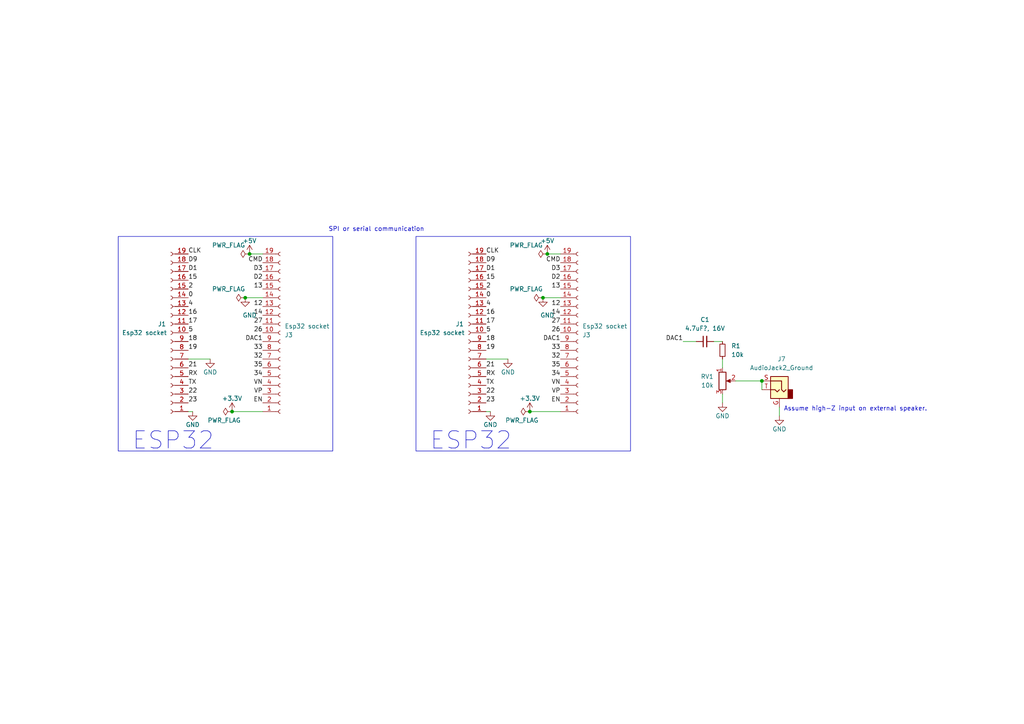
<source format=kicad_sch>
(kicad_sch (version 20230121) (generator eeschema)
  (paper "A4")
  (title_block (company "Studentorchesteret den Ohmske Motstanden"))
  (lib_symbols
    (symbol "Connector:Conn_01x19_Socket" (pin_names (offset 1.016) hide)
      (property "Reference" "J" (at 0 25.4 0))
      (property "Value" "Conn_01x19_Socket" (at 0 -25.4 0))
      (symbol "Conn_01x19_Socket_1_1"
        (arc (start 0 -22.352) (mid -0.5058 -22.86) (end 0 -23.368) (stroke (width 0.1524)))
        (arc (start 0 -19.812) (mid -0.5058 -20.32) (end 0 -20.828) (stroke (width 0.1524)))
        (arc (start 0 -17.272) (mid -0.5058 -17.78) (end 0 -18.288) (stroke (width 0.1524)))
        (arc (start 0 -14.732) (mid -0.5058 -15.24) (end 0 -15.748) (stroke (width 0.1524)))
        (arc (start 0 -12.192) (mid -0.5058 -12.7) (end 0 -13.208) (stroke (width 0.1524)))
        (arc (start 0 -9.652) (mid -0.5058 -10.16) (end 0 -10.668) (stroke (width 0.1524)))
        (arc (start 0 -7.112) (mid -0.5058 -7.62) (end 0 -8.128) (stroke (width 0.1524)))
        (arc (start 0 -4.572) (mid -0.5058 -5.08) (end 0 -5.588) (stroke (width 0.1524)))
        (arc (start 0 -2.032) (mid -0.5058 -2.54) (end 0 -3.048) (stroke (width 0.1524)))
        (polyline (pts (xy -1.27 -22.86) (xy -0.508 -22.86)) (stroke (width 0.1524)))
        (polyline (pts (xy -1.27 -20.32) (xy -0.508 -20.32)) (stroke (width 0.1524)))
        (polyline (pts (xy -1.27 -17.78) (xy -0.508 -17.78)) (stroke (width 0.1524)))
        (polyline (pts (xy -1.27 -15.24) (xy -0.508 -15.24)) (stroke (width 0.1524)))
        (polyline (pts (xy -1.27 -12.7) (xy -0.508 -12.7)) (stroke (width 0.1524)))
        (polyline (pts (xy -1.27 -10.16) (xy -0.508 -10.16)) (stroke (width 0.1524)))
        (polyline (pts (xy -1.27 -7.62) (xy -0.508 -7.62)) (stroke (width 0.1524)))
        (polyline (pts (xy -1.27 -5.08) (xy -0.508 -5.08)) (stroke (width 0.1524)))
        (polyline (pts (xy -1.27 -2.54) (xy -0.508 -2.54)) (stroke (width 0.1524)))
        (polyline (pts (xy -1.27 0) (xy -0.508 0)) (stroke (width 0.1524)))
        (polyline (pts (xy -1.27 2.54) (xy -0.508 2.54)) (stroke (width 0.1524)))
        (polyline (pts (xy -1.27 5.08) (xy -0.508 5.08)) (stroke (width 0.1524)))
        (polyline (pts (xy -1.27 7.62) (xy -0.508 7.62)) (stroke (width 0.1524)))
        (polyline (pts (xy -1.27 10.16) (xy -0.508 10.16)) (stroke (width 0.1524)))
        (polyline (pts (xy -1.27 12.7) (xy -0.508 12.7)) (stroke (width 0.1524)))
        (polyline (pts (xy -1.27 15.24) (xy -0.508 15.24)) (stroke (width 0.1524)))
        (polyline (pts (xy -1.27 17.78) (xy -0.508 17.78)) (stroke (width 0.1524)))
        (polyline (pts (xy -1.27 20.32) (xy -0.508 20.32)) (stroke (width 0.1524)))
        (polyline (pts (xy -1.27 22.86) (xy -0.508 22.86)) (stroke (width 0.1524)))
        (arc (start 0 0.508) (mid -0.5058 0) (end 0 -0.508) (stroke (width 0.1524)))
        (arc (start 0 3.048) (mid -0.5058 2.54) (end 0 2.032) (stroke (width 0.1524)))
        (arc (start 0 5.588) (mid -0.5058 5.08) (end 0 4.572) (stroke (width 0.1524)))
        (arc (start 0 8.128) (mid -0.5058 7.62) (end 0 7.112) (stroke (width 0.1524)))
        (arc (start 0 10.668) (mid -0.5058 10.16) (end 0 9.652) (stroke (width 0.1524)))
        (arc (start 0 13.208) (mid -0.5058 12.7) (end 0 12.192) (stroke (width 0.1524)))
        (arc (start 0 15.748) (mid -0.5058 15.24) (end 0 14.732) (stroke (width 0.1524)))
        (arc (start 0 18.288) (mid -0.5058 17.78) (end 0 17.272) (stroke (width 0.1524)))
        (arc (start 0 20.828) (mid -0.5058 20.32) (end 0 19.812) (stroke (width 0.1524)))
        (arc (start 0 23.368) (mid -0.5058 22.86) (end 0 22.352) (stroke (width 0.1524)))
        (pin passive line (at -5.08 22.86 0) (length 3.81) (name "Pin_1") (number "1"))
        (pin passive line (at -5.08 0 0) (length 3.81) (name "Pin_10") (number "10"))
        (pin passive line (at -5.08 -2.54 0) (length 3.81) (name "Pin_11") (number "11"))
        (pin passive line (at -5.08 -5.08 0) (length 3.81) (name "Pin_12") (number "12"))
        (pin passive line (at -5.08 -7.62 0) (length 3.81) (name "Pin_13") (number "13"))
        (pin passive line (at -5.08 -10.16 0) (length 3.81) (name "Pin_14") (number "14"))
        (pin passive line (at -5.08 -12.7 0) (length 3.81) (name "Pin_15") (number "15"))
        (pin passive line (at -5.08 -15.24 0) (length 3.81) (name "Pin_16") (number "16"))
        (pin passive line (at -5.08 -17.78 0) (length 3.81) (name "Pin_17") (number "17"))
        (pin passive line (at -5.08 -20.32 0) (length 3.81) (name "Pin_18") (number "18"))
        (pin passive line (at -5.08 -22.86 0) (length 3.81) (name "Pin_19") (number "19"))
        (pin passive line (at -5.08 20.32 0) (length 3.81) (name "Pin_2") (number "2"))
        (pin passive line (at -5.08 17.78 0) (length 3.81) (name "Pin_3") (number "3"))
        (pin passive line (at -5.08 15.24 0) (length 3.81) (name "Pin_4") (number "4"))
        (pin passive line (at -5.08 12.7 0) (length 3.81) (name "Pin_5") (number "5"))
        (pin passive line (at -5.08 10.16 0) (length 3.81) (name "Pin_6") (number "6"))
        (pin passive line (at -5.08 7.62 0) (length 3.81) (name "Pin_7") (number "7"))
        (pin passive line (at -5.08 5.08 0) (length 3.81) (name "Pin_8") (number "8"))
        (pin passive line (at -5.08 2.54 0) (length 3.81) (name "Pin_9") (number "9"))
      )
    )
    (symbol "Connector_Audio:AudioJack2_Ground"
      (property "Reference" "J" (at 0 8.89 0))
      (property "Value" "AudioJack2_Ground" (at 0 6.35 0))
      (symbol "AudioJack2_Ground_0_1"
        (rectangle (start -2.54 -2.54) (end -3.81 0) (stroke (width 0.254)) (fill (type outline)))
        (polyline (pts (xy 0 0) (xy 0.635 -0.635) (xy 1.27 0) (xy 2.54 0)) (stroke (width 0.254)))
        (polyline (pts (xy 2.54 2.54) (xy -0.635 2.54) (xy -0.635 0) (xy -1.27 -0.635) (xy -1.905 0)) (stroke (width 0.254)))
        (rectangle (start 2.54 3.81) (end -2.54 -2.54) (stroke (width 0.254)) (fill (type background)))
      )
      (symbol "AudioJack2_Ground_1_1"
        (pin passive line (at 0 -5.08 90) (length 2.54) (name "~") (number "G"))
        (pin passive line (at 5.08 2.54 180) (length 2.54) (name "~") (number "S"))
        (pin passive line (at 5.08 0 180) (length 2.54) (name "~") (number "T"))
      )
    )
    (symbol "Device:C_Small" (pin_numbers hide) (pin_names (offset 0.254) hide)
      (property "Reference" "C" (at 0.254 1.778 0))
      (property "Value" "C_Small" (at 0.254 -2.032 0))
      (symbol "C_Small_0_1"
        (polyline (pts (xy -1.524 -0.508) (xy 1.524 -0.508)) (stroke (width 0.3302)))
        (polyline (pts (xy -1.524 0.508) (xy 1.524 0.508)) (stroke (width 0.3048)))
      )
      (symbol "C_Small_1_1"
        (pin passive line (at 0 2.54 270) (length 2.032) (name "~") (number "1"))
        (pin passive line (at 0 -2.54 90) (length 2.032) (name "~") (number "2"))
      )
    )
    (symbol "Device:R_Potentiometer" (pin_names (offset 1.016) hide)
      (property "Reference" "RV" (at -4.445 0 90))
      (property "Value" "R_Potentiometer" (at -2.54 0 90))
      (symbol "R_Potentiometer_0_1"
        (polyline (pts (xy 2.54 0) (xy 1.524 0)))
        (polyline (pts (xy 1.143 0) (xy 2.286 0.508) (xy 2.286 -0.508) (xy 1.143 0)) (fill (type outline)))
        (rectangle (start 1.016 2.54) (end -1.016 -2.54) (stroke (width 0.254)))
      )
      (symbol "R_Potentiometer_1_1"
        (pin passive line (at 0 3.81 270) (length 1.27) (name "1") (number "1"))
        (pin passive line (at 3.81 0 180) (length 1.27) (name "2") (number "2"))
        (pin passive line (at 0 -3.81 90) (length 1.27) (name "3") (number "3"))
      )
    )
    (symbol "Device:R_Small" (pin_numbers hide) (pin_names (offset 0.254) hide)
      (property "Reference" "R" (at 0.762 0.508 0))
      (property "Value" "R_Small" (at 0.762 -1.016 0))
      (symbol "R_Small_0_1"
        (rectangle (start -0.762 1.778) (end 0.762 -1.778) (stroke (width 0.2032)))
      )
      (symbol "R_Small_1_1"
        (pin passive line (at 0 2.54 270) (length 0.762) (name "~") (number "1"))
        (pin passive line (at 0 -2.54 90) (length 0.762) (name "~") (number "2"))
      )
    )
    (symbol "power:+3.3V" (power) (pin_names (offset 0))
      (property "Value" "+3.3V" (at 0 3.556 0))
      (symbol "+3.3V_0_1"
        (polyline (pts (xy -0.762 1.27) (xy 0 2.54)))
        (polyline (pts (xy 0 0) (xy 0 2.54)))
        (polyline (pts (xy 0 2.54) (xy 0.762 1.27)))
      )
      (symbol "+3.3V_1_1"
        (pin power_in line (at 0 0 90) (length 0) hide (name "+3.3V") (number "1"))
      )
    )
    (symbol "power:+5V" (power) (pin_names (offset 0))
      (property "Value" "+5V" (at 0 3.556 0))
      (symbol "+5V_0_1"
        (polyline (pts (xy -0.762 1.27) (xy 0 2.54)))
        (polyline (pts (xy 0 0) (xy 0 2.54)))
        (polyline (pts (xy 0 2.54) (xy 0.762 1.27)))
      )
      (symbol "+5V_1_1"
        (pin power_in line (at 0 0 90) (length 0) hide (name "+5V") (number "1"))
      )
    )
    (symbol "power:GND" (power) (pin_names (offset 0))
      (property "Value" "GND" (at 0 -3.81 0))
      (symbol "GND_0_1"
        (polyline (pts (xy 0 0) (xy 0 -1.27) (xy 1.27 -1.27) (xy 0 -2.54) (xy -1.27 -1.27) (xy 0 -1.27)))
      )
      (symbol "GND_1_1"
        (pin power_in line (at 0 0 270) (length 0) hide (name "GND") (number "1"))
      )
    )
    (symbol "power:PWR_FLAG" (power) (pin_numbers hide) (pin_names (offset 0) hide)
      (property "Value" "PWR_FLAG" (at 0 3.81 0))
      (symbol "PWR_FLAG_0_0"
        (pin power_out line (at 0 0 90) (length 0) (name "pwr") (number "1"))
      )
      (symbol "PWR_FLAG_0_1"
        (polyline (pts (xy 0 0) (xy 0 1.27) (xy -1.016 1.905) (xy 0 2.54) (xy 1.016 1.905) (xy 0 1.27)))
      )
    )
  )
  (junction (at 220.98 110.49))
  (junction (at 153.67 119.38))
  (junction (at 67.31 119.38))
  (junction (at 71.12 86.36))
  (junction (at 158.75 73.66))
  (junction (at 157.48 86.36))
  (junction (at 72.39 73.66))
  (wire (pts (xy 67.31 119.38) (xy 76.2 119.38)))
  (wire (pts (xy 153.67 119.38) (xy 162.56 119.38)))
  (wire (pts (xy 198.12 99.06) (xy 201.93 99.06)))
  (wire (pts (xy 158.75 73.66) (xy 162.56 73.66)))
  (wire (pts (xy 140.97 104.14) (xy 147.32 104.14)))
  (wire (pts (xy 72.39 73.66) (xy 76.2 73.66)))
  (wire (pts (xy 209.55 116.84) (xy 209.55 114.3)))
  (wire (pts (xy 142.24 119.38) (xy 140.97 119.38)))
  (wire (pts (xy 226.06 120.65) (xy 226.06 118.11)))
  (wire (pts (xy 213.36 110.49) (xy 220.98 110.49)))
  (wire (pts (xy 157.48 86.36) (xy 162.56 86.36)))
  (wire (pts (xy 55.88 119.38) (xy 54.61 119.38)))
  (wire (pts (xy 209.55 99.06) (xy 207.01 99.06)))
  (wire (pts (xy 220.98 110.49) (xy 220.98 113.03)))
  (wire (pts (xy 71.12 86.36) (xy 76.2 86.36)))
  (wire (pts (xy 54.61 104.14) (xy 60.96 104.14)))
  (wire (pts (xy 209.55 106.68) (xy 209.55 104.14)))
  (rectangle (start 34.29 68.58) (end 96.52 130.81))
  (rectangle (start 120.65 68.58) (end 182.88 130.81))
  (text "ESP32\n" (at 148.59 130.81 0) (effects (font (size 5 5)) (justify right bottom)))
  (text "ESP32\n" (at 62.23 130.81 0) (effects (font (size 5 5)) (justify right bottom)))
  (text "Assume high-Z input on external speaker." (at 227.33 119.38 0) (effects (font (size 1.27 1.27)) (justify left bottom)))
  (text "SPI or serial communication" (at 95.25 67.31 0) (effects (font (size 1.27 1.27)) (justify left bottom)))
  (label "RX" (at 54.61 109.22 0))
  (label "21" (at 140.97 106.68 0))
  (label "VN" (at 76.2 111.76 180))
  (label "23" (at 54.61 116.84 0))
  (label "16" (at 54.61 91.44 0))
  (label "D3" (at 162.56 78.74 180))
  (label "22" (at 140.97 114.3 0))
  (label "DAC1" (at 76.2 99.06 180))
  (label "17" (at 140.97 93.98 0))
  (label "4" (at 140.97 88.9 0))
  (label "12" (at 162.56 88.9 180))
  (label "15" (at 140.97 81.28 0))
  (label "16" (at 140.97 91.44 0))
  (label "32" (at 76.2 104.14 180))
  (label "TX" (at 140.97 111.76 0))
  (label "26" (at 162.56 96.52 180))
  (label "13" (at 76.2 83.82 180))
  (label "EN" (at 76.2 116.84 180))
  (label "CMD" (at 162.56 76.2 180))
  (label "D1" (at 140.97 78.74 0))
  (label "33" (at 162.56 101.6 180))
  (label "VP" (at 76.2 114.3 180))
  (label "D2" (at 162.56 81.28 180))
  (label "D9" (at 140.97 76.2 0))
  (label "34" (at 76.2 109.22 180))
  (label "5" (at 54.61 96.52 0))
  (label "27" (at 76.2 93.98 180))
  (label "DAC1" (at 162.56 99.06 180))
  (label "14" (at 76.2 91.44 180))
  (label "TX" (at 54.61 111.76 0))
  (label "2" (at 140.97 83.82 0))
  (label "17" (at 54.61 93.98 0))
  (label "D3" (at 76.2 78.74 180))
  (label "33" (at 76.2 101.6 180))
  (label "0" (at 140.97 86.36 0))
  (label "35" (at 76.2 106.68 180))
  (label "D9" (at 54.61 76.2 0))
  (label "RX" (at 140.97 109.22 0))
  (label "35" (at 162.56 106.68 180))
  (label "15" (at 54.61 81.28 0))
  (label "14" (at 162.56 91.44 180))
  (label "21" (at 54.61 106.68 0))
  (label "19" (at 140.97 101.6 0))
  (label "CLK" (at 54.61 73.66 0))
  (label "13" (at 162.56 83.82 180))
  (label "VN" (at 162.56 111.76 180))
  (label "0" (at 54.61 86.36 0))
  (label "5" (at 140.97 96.52 0))
  (label "19" (at 54.61 101.6 0))
  (label "EN" (at 162.56 116.84 180))
  (label "4" (at 54.61 88.9 0))
  (label "32" (at 162.56 104.14 180))
  (label "2" (at 54.61 83.82 0))
  (label "CMD" (at 76.2 76.2 180))
  (label "CLK" (at 140.97 73.66 0))
  (label "VP" (at 162.56 114.3 180))
  (label "27" (at 162.56 93.98 180))
  (label "DAC1" (at 198.12 99.06 180))
  (label "12" (at 76.2 88.9 180))
  (label "22" (at 54.61 114.3 0))
  (label "D2" (at 76.2 81.28 180))
  (label "D1" (at 54.61 78.74 0))
  (label "18" (at 54.61 99.06 0))
  (label "26" (at 76.2 96.52 180))
  (label "23" (at 140.97 116.84 0))
  (label "18" (at 140.97 99.06 0))
  (label "34" (at 162.56 109.22 180))
  (symbol (lib_id "power:+3.3V") (at 153.67 119.38 0) (unit 1)
    (property "Reference" "#PWR03" (effects hide))
    (property "Value" "+3.3V" (at 153.67 115.57 0))
    (instances (project "Aktuator-ESP" (path "" (reference "#PWR03") (unit 1))) (project "Stink-overview" (path "" (reference "#PWR03") (unit 1)) (path "" (reference "#PWR013") (unit 1))))
  )
  (symbol (lib_id "Device:C_Small") (at 204.47 99.06 90) (unit 1)
    (property "Reference" "C1" (at 204.4763 92.71 90))
    (property "Value" "4.7uF?, 16V" (at 204.4763 95.25 90))
  )
  (symbol (lib_id "Connector:Conn_01x19_Socket") (at 135.89 96.52 180) (unit 1)
    (property "Reference" "J1" (at 133.35 93.98 0))
    (property "Value" "Esp32 socket" (at 128.27 96.52 0))
    (property "Footprint" "Connector_PinSocket_2.54mm:PinSocket_1x19_P2.54mm_Vertical" (effects hide))
    (instances (project "Aktuator-ESP" (path "" (reference "J1") (unit 1))) (project "Stink-overview" (path "" (reference "J1") (unit 1)) (path "" (reference "J5") (unit 1))))
  )
  (symbol (lib_id "power:GND") (at 142.24 119.38 0) (mirror y) (unit 1)
    (property "Reference" "#PWR017" (effects hide))
    (property "Value" "GND" (at 142.24 123.19 0))
    (instances (project "Aktuator-ESP" (path "" (reference "#PWR017") (unit 1))) (project "Stink-overview" (path "" (reference "#PWR01") (unit 1)) (path "" (reference "#PWR011") (unit 1))))
  )
  (symbol (lib_id "Device:R_Small") (at 209.55 101.6 0) (unit 1)
    (property "Reference" "R1" (at 212.09 100.33 0) (effects (justify left)))
    (property "Value" "10k" (at 212.09 102.87 0) (effects (justify left)))
  )
  (symbol (lib_id "power:GND") (at 60.96 104.14 0) (mirror y) (unit 1)
    (property "Reference" "#PWR018" (effects hide))
    (property "Value" "GND" (at 60.96 107.95 0))
    (instances (project "Aktuator-ESP" (path "" (reference "#PWR018") (unit 1))) (project "Stink-overview" (path "" (reference "#PWR02") (unit 1)) (path "" (reference "#PWR023") (unit 1))))
  )
  (symbol (lib_id "power:GND") (at 71.12 86.36 0) (unit 1)
    (property "Reference" "#PWR02" (effects hide))
    (property "Value" "GND" (at 72.39 91.44 0))
    (instances (project "Aktuator-ESP" (path "" (reference "#PWR02") (unit 1))) (project "Stink-overview" (path "" (reference "#PWR04") (unit 1)) (path "" (reference "#PWR025") (unit 1))))
  )
  (symbol (lib_id "power:GND") (at 147.32 104.14 0) (mirror y) (unit 1)
    (property "Reference" "#PWR018" (effects hide))
    (property "Value" "GND" (at 147.32 107.95 0))
    (instances (project "Aktuator-ESP" (path "" (reference "#PWR018") (unit 1))) (project "Stink-overview" (path "" (reference "#PWR02") (unit 1)) (path "" (reference "#PWR012") (unit 1))))
  )
  (symbol (lib_id "power:+3.3V") (at 67.31 119.38 0) (unit 1)
    (property "Reference" "#PWR03" (effects hide))
    (property "Value" "+3.3V" (at 67.31 115.57 0))
    (instances (project "Aktuator-ESP" (path "" (reference "#PWR03") (unit 1))) (project "Stink-overview" (path "" (reference "#PWR03") (unit 1)) (path "" (reference "#PWR024") (unit 1))))
  )
  (symbol (lib_id "power:GND") (at 157.48 86.36 0) (unit 1)
    (property "Reference" "#PWR02" (effects hide))
    (property "Value" "GND" (at 158.75 91.44 0))
    (instances (project "Aktuator-ESP" (path "" (reference "#PWR02") (unit 1))) (project "Stink-overview" (path "" (reference "#PWR04") (unit 1)) (path "" (reference "#PWR014") (unit 1))))
  )
  (symbol (lib_id "Connector_Audio:AudioJack2_Ground") (at 226.06 113.03 0) (mirror y) (unit 1)
    (property "Reference" "J7" (at 226.695 104.14 0))
    (property "Value" "AudioJack2_Ground" (at 226.695 106.68 0))
  )
  (symbol (lib_id "power:+5V") (at 158.75 73.66 0) (unit 1)
    (property "Reference" "#PWR01" (effects hide))
    (property "Value" "+5V" (at 158.75 69.85 0))
    (instances (project "Aktuator-ESP" (path "" (reference "#PWR01") (unit 1))) (project "Stink-overview" (path "" (reference "#PWR05") (unit 1)) (path "" (reference "#PWR015") (unit 1))))
  )
  (symbol (lib_id "power:+5V") (at 72.39 73.66 0) (unit 1)
    (property "Reference" "#PWR01" (effects hide))
    (property "Value" "+5V" (at 72.39 69.85 0))
    (instances (project "Aktuator-ESP" (path "" (reference "#PWR01") (unit 1))) (project "Stink-overview" (path "" (reference "#PWR05") (unit 1)) (path "" (reference "#PWR026") (unit 1))))
  )
  (symbol (lib_id "power:PWR_FLAG") (at 153.67 119.38 90) (unit 1)
    (property "Reference" "#FLG03" (effects hide))
    (property "Value" "PWR_FLAG" (at 156.21 121.92 90) (effects (justify left)))
    (instances (project "Aktuator-ESP" (path "" (reference "#FLG03") (unit 1))) (project "Stink-overview" (path "" (reference "#FLG01") (unit 1)) (path "" (reference "#FLG07") (unit 1))))
  )
  (symbol (lib_id "Connector:Conn_01x19_Socket") (at 49.53 96.52 180) (unit 1)
    (property "Reference" "J1" (at 46.99 93.98 0))
    (property "Value" "Esp32 socket" (at 41.91 96.52 0))
    (property "Footprint" "Connector_PinSocket_2.54mm:PinSocket_1x19_P2.54mm_Vertical" (effects hide))
    (instances (project "Aktuator-ESP" (path "" (reference "J1") (unit 1))) (project "Stink-overview" (path "" (reference "J1") (unit 1)) (path "" (reference "J8") (unit 1))))
  )
  (symbol (lib_id "power:PWR_FLAG") (at 67.31 119.38 90) (unit 1)
    (property "Reference" "#FLG03" (effects hide))
    (property "Value" "PWR_FLAG" (at 69.85 121.92 90) (effects (justify left)))
    (instances (project "Aktuator-ESP" (path "" (reference "#FLG03") (unit 1))) (project "Stink-overview" (path "" (reference "#FLG01") (unit 1)) (path "" (reference "#FLG010") (unit 1))))
  )
  (symbol (lib_id "power:PWR_FLAG") (at 71.12 86.36 90) (unit 1)
    (property "Reference" "#FLG01" (effects hide))
    (property "Value" "PWR_FLAG" (at 71.12 83.82 90) (effects (justify left)))
    (instances (project "Aktuator-ESP" (path "" (reference "#FLG01") (unit 1))) (project "Stink-overview" (path "" (reference "#FLG02") (unit 1)) (path "" (reference "#FLG011") (unit 1))))
  )
  (symbol (lib_id "power:GND") (at 209.55 116.84 0) (mirror y) (unit 1)
    (property "Reference" "#PWR017" (effects hide))
    (property "Value" "GND" (at 209.55 120.65 0))
    (instances (project "Aktuator-ESP" (path "" (reference "#PWR017") (unit 1))) (project "Stink-overview" (path "" (reference "#PWR01") (unit 1)) (path "" (reference "#PWR016") (unit 1))))
  )
  (symbol (lib_id "power:GND") (at 226.06 120.65 0) (mirror y) (unit 1)
    (property "Reference" "#PWR017" (effects hide))
    (property "Value" "GND" (at 226.06 124.46 0))
    (instances (project "Aktuator-ESP" (path "" (reference "#PWR017") (unit 1))) (project "Stink-overview" (path "" (reference "#PWR01") (unit 1)) (path "" (reference "#PWR018") (unit 1))))
  )
  (symbol (lib_id "Device:R_Potentiometer") (at 209.55 110.49 0) (unit 1)
    (property "Reference" "RV1" (at 207.01 109.22 0) (effects (justify right)))
    (property "Value" "10k" (at 207.01 111.76 0) (effects (justify right)))
  )
  (symbol (lib_id "power:GND") (at 55.88 119.38 0) (mirror y) (unit 1)
    (property "Reference" "#PWR017" (effects hide))
    (property "Value" "GND" (at 55.88 123.19 0))
    (instances (project "Aktuator-ESP" (path "" (reference "#PWR017") (unit 1))) (project "Stink-overview" (path "" (reference "#PWR01") (unit 1)) (path "" (reference "#PWR022") (unit 1))))
  )
  (symbol (lib_id "power:PWR_FLAG") (at 72.39 73.66 90) (unit 1)
    (property "Reference" "#FLG02" (effects hide))
    (property "Value" "PWR_FLAG" (at 71.12 71.12 90) (effects (justify left)))
    (instances (project "Aktuator-ESP" (path "" (reference "#FLG02") (unit 1))) (project "Stink-overview" (path "" (reference "#FLG03") (unit 1)) (path "" (reference "#FLG012") (unit 1))))
  )
  (symbol (lib_id "power:PWR_FLAG") (at 158.75 73.66 90) (unit 1)
    (property "Reference" "#FLG02" (effects hide))
    (property "Value" "PWR_FLAG" (at 157.48 71.12 90) (effects (justify left)))
    (instances (project "Aktuator-ESP" (path "" (reference "#FLG02") (unit 1))) (project "Stink-overview" (path "" (reference "#FLG03") (unit 1)) (path "" (reference "#FLG09") (unit 1))))
  )
  (symbol (lib_id "Connector:Conn_01x19_Socket") (at 167.64 96.52 0) (mirror x) (unit 1)
    (property "Reference" "J3" (at 168.91 97.155 0) (effects (justify left)))
    (property "Value" "Esp32 socket" (at 168.91 94.615 0) (effects (justify left)))
    (property "Footprint" "Connector_PinSocket_2.54mm:PinSocket_1x19_P2.54mm_Vertical" (effects hide))
    (instances (project "Aktuator-ESP" (path "" (reference "J3") (unit 1))) (project "Stink-overview" (path "" (reference "J2") (unit 1)) (path "" (reference "J6") (unit 1))))
  )
  (symbol (lib_id "power:PWR_FLAG") (at 157.48 86.36 90) (unit 1)
    (property "Reference" "#FLG01" (effects hide))
    (property "Value" "PWR_FLAG" (at 157.48 83.82 90) (effects (justify left)))
    (instances (project "Aktuator-ESP" (path "" (reference "#FLG01") (unit 1))) (project "Stink-overview" (path "" (reference "#FLG02") (unit 1)) (path "" (reference "#FLG08") (unit 1))))
  )
  (symbol (lib_id "Connector:Conn_01x19_Socket") (at 81.28 96.52 0) (mirror x) (unit 1)
    (property "Reference" "J3" (at 82.55 97.155 0) (effects (justify left)))
    (property "Value" "Esp32 socket" (at 82.55 94.615 0) (effects (justify left)))
    (property "Footprint" "Connector_PinSocket_2.54mm:PinSocket_1x19_P2.54mm_Vertical" (effects hide))
    (instances (project "Aktuator-ESP" (path "" (reference "J3") (unit 1))) (project "Stink-overview" (path "" (reference "J2") (unit 1)) (path "" (reference "J9") (unit 1))))
  )
)
</source>
